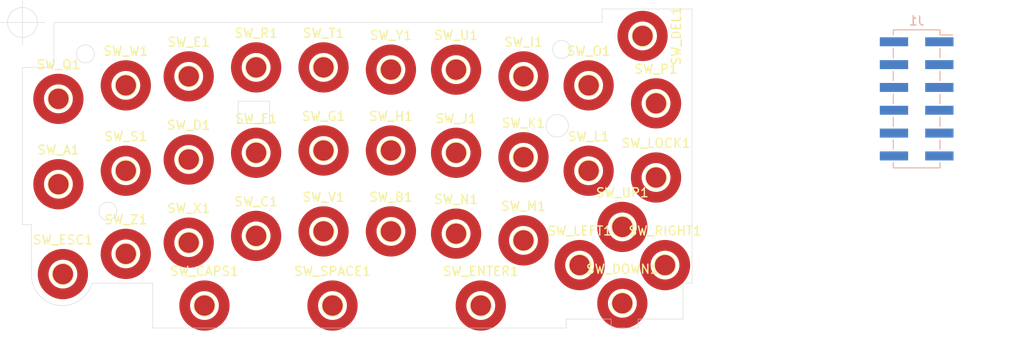
<source format=kicad_pcb>
(kicad_pcb (version 20211014) (generator pcbnew)
  (layers (0 "F.Cu" signal) (31 "B.Cu" signal) (34 "B.Paste" user) (35 "F.Paste" user) (36 "B.SilkS" user "B.Silkscreen") (37 "F.SilkS" user "F.Silkscreen") (38 "B.Mask" user) (39 "F.Mask" user) (44 "Edge.Cuts" user))
  (net 0 "")
  (net 1 "/INPUT5")
  (net 2 "/INPUT6")
  (net 3 "/INPUT1")
  (net 4 "/INPUT3")
  (net 5 "/INPUT4")
  (net 6 "/INPUT2")
  (net 7 "/OUTPUT1")
  (net 8 "/OUTPUT2")
  (net 9 "/OUTPUT3")
  (net 10 "/OUTPUT4")
  (net 11 "/OUTPUT5")
  (net 12 "/OUTPUT6")
  (footprint "Library:P22_Dome_Switch" (layer "F.Cu") (at 151 131.5)
    (fp_text reference "SW_ENTER1" (at 0 -3.81) (layer "F.SilkS"))
    (fp_text value "SW_SPST")
    (fp_circle (center 0 0) (end 1.2 0) (layer "F.SilkS") (width 0.12) (fill none))
    (pad "1" smd circle (at 0 0) (size 2.3 2.3) (layers "F.Cu" "F.Mask") (net 2 "/INPUT6"))
    (pad "2" smd custom (at 0 2.2) (size 1 1) (layers "F.Cu" "F.Mask") (net 10 "/OUTPUT4") (options (clearance outline) (anchor circle)) (primitives (gr_circle (center 0 -2.2) (end 2.2 -2.2) (width 1.2) (fill none))))
  )
  (footprint "Library:P22_Dome_Switch" (layer "F.Cu") (at 134.5 131.5)
    (fp_text reference "SW_SPACE1" (at 0 -3.81) (layer "F.SilkS"))
    (fp_text value "SW_SPST")
    (fp_circle (center 0 0) (end 1.2 0) (layer "F.SilkS") (width 0.12) (fill none))
    (pad "1" smd circle (at 0 0) (size 2.3 2.3) (layers "F.Cu" "F.Mask") (net 1 "/INPUT5"))
    (pad "2" smd custom (at 0 2.2) (size 1 1) (layers "F.Cu" "F.Mask") (net 10 "/OUTPUT4") (options (clearance outline) (anchor circle)) (primitives (gr_circle (center 0 -2.2) (end 2.2 -2.2) (width 1.2) (fill none))))
  )
  (footprint "Library:P22_Dome_Switch" (layer "F.Cu") (at 104 118)
    (fp_text reference "SW_A1" (at 0 -3.81) (layer "F.SilkS"))
    (fp_text value "SW_SPST")
    (fp_circle (center 0 0) (end 1.2 0) (layer "F.SilkS") (width 0.12) (fill none))
    (pad "1" smd circle (at 0 0) (size 2.3 2.3) (layers "F.Cu" "F.Mask") (net 3 "/INPUT1"))
    (pad "2" smd custom (at 0 2.2) (size 1 1) (layers "F.Cu" "F.Mask") (net 9 "/OUTPUT3") (options (clearance outline) (anchor circle)) (primitives (gr_circle (center 0 -2.2) (end 2.2 -2.2) (width 1.2) (fill none))))
  )
  (footprint "Library:P22_Dome_Switch" (layer "F.Cu") (at 169 101.5)
    (fp_text reference "SW_DEL1" (at 3.75 0 270) (layer "F.SilkS"))
    (fp_text value "SW_SPST")
    (fp_circle (center 0 0) (end 1.2 0) (layer "F.SilkS") (width 0.12) (fill none))
    (pad "1" smd circle (at 0 0) (size 2.3 2.3) (layers "F.Cu" "F.Mask") (net 1 "/INPUT5"))
    (pad "2" smd custom (at 0 2.2) (size 1 1) (layers "F.Cu" "F.Mask") (net 8 "/OUTPUT2") (options (clearance outline) (anchor circle)) (primitives (gr_circle (center 0 -2.2) (end 2.2 -2.2) (width 1.2) (fill none))))
  )
  (footprint "Library:P22_Dome_Switch" (layer "F.Cu") (at 148.25 123.5)
    (fp_text reference "SW_N1" (at 0 -3.81) (layer "F.SilkS"))
    (fp_text value "SW_SPST")
    (fp_circle (center 0 0) (end 1.2 0) (layer "F.SilkS") (width 0.12) (fill none))
    (pad "1" smd circle (at 0 0) (size 2.3 2.3) (layers "F.Cu" "F.Mask") (net 2 "/INPUT6"))
    (pad "2" smd custom (at 0 2.2) (size 1 1) (layers "F.Cu" "F.Mask") (net 11 "/OUTPUT5") (options (clearance outline) (anchor circle)) (primitives (gr_circle (center 0 -2.2) (end 2.2 -2.2) (width 1.2) (fill none))))
  )
  (footprint "Library:P22_Dome_Switch" (layer "F.Cu") (at 133.5 123.25)
    (fp_text reference "SW_V1" (at 0 -3.81) (layer "F.SilkS"))
    (fp_text value "SW_SPST")
    (fp_circle (center 0 0) (end 1.2 0) (layer "F.SilkS") (width 0.12) (fill none))
    (pad "1" smd circle (at 0 0) (size 2.3 2.3) (layers "F.Cu" "F.Mask") (net 5 "/INPUT4"))
    (pad "2" smd custom (at 0 2.2) (size 1 1) (layers "F.Cu" "F.Mask") (net 11 "/OUTPUT5") (options (clearance outline) (anchor circle)) (primitives (gr_circle (center 0 -2.2) (end 2.2 -2.2) (width 1.2) (fill none))))
  )
  (footprint "Library:P22_Dome_Switch" (layer "F.Cu") (at 118.5 115.25)
    (fp_text reference "SW_D1" (at 0 -3.81) (layer "F.SilkS"))
    (fp_text value "SW_SPST")
    (fp_circle (center 0 0) (end 1.2 0) (layer "F.SilkS") (width 0.12) (fill none))
    (pad "1" smd circle (at 0 0) (size 2.3 2.3) (layers "F.Cu" "F.Mask") (net 4 "/INPUT3"))
    (pad "2" smd custom (at 0 2.2) (size 1 1) (layers "F.Cu" "F.Mask") (net 9 "/OUTPUT3") (options (clearance outline) (anchor circle)) (primitives (gr_circle (center 0 -2.2) (end 2.2 -2.2) (width 1.2) (fill none))))
  )
  (footprint "Library:P22_Dome_Switch" (layer "F.Cu") (at 141 123.25)
    (fp_text reference "SW_B1" (at 0 -3.81) (layer "F.SilkS"))
    (fp_text value "SW_SPST")
    (fp_circle (center 0 0) (end 1.2 0) (layer "F.SilkS") (width 0.12) (fill none))
    (pad "1" smd circle (at 0 0) (size 2.3 2.3) (layers "F.Cu" "F.Mask") (net 1 "/INPUT5"))
    (pad "2" smd custom (at 0 2.2) (size 1 1) (layers "F.Cu" "F.Mask") (net 11 "/OUTPUT5") (options (clearance outline) (anchor circle)) (primitives (gr_circle (center 0 -2.2) (end 2.2 -2.2) (width 1.2) (fill none))))
  )
  (footprint "Library:P22_Dome_Switch" (layer "F.Cu") (at 171.5 127)
    (fp_text reference "SW_RIGHT1" (at 0 -3.81) (layer "F.SilkS"))
    (fp_text value "SW_SPST")
    (fp_circle (center 0 0) (end 1.2 0) (layer "F.SilkS") (width 0.12) (fill none))
    (pad "1" smd circle (at 0 0) (size 2.3 2.3) (layers "F.Cu" "F.Mask") (net 2 "/INPUT6"))
    (pad "2" smd custom (at 0 2.2) (size 1 1) (layers "F.Cu" "F.Mask") (net 12 "/OUTPUT6") (options (clearance outline) (anchor circle)) (primitives (gr_circle (center 0 -2.2) (end 2.2 -2.2) (width 1.2) (fill none))))
  )
  (footprint "Library:P22_Dome_Switch" (layer "F.Cu") (at 141 114.25)
    (fp_text reference "SW_H1" (at 0 -3.81) (layer "F.SilkS"))
    (fp_text value "SW_SPST")
    (fp_circle (center 0 0) (end 1.2 0) (layer "F.SilkS") (width 0.12) (fill none))
    (pad "1" smd circle (at 0 0) (size 2.3 2.3) (layers "F.Cu" "F.Mask") (net 2 "/INPUT6"))
    (pad "2" smd custom (at 0 2.2) (size 1 1) (layers "F.Cu" "F.Mask") (net 9 "/OUTPUT3") (options (clearance outline) (anchor circle)) (primitives (gr_circle (center 0 -2.2) (end 2.2 -2.2) (width 1.2) (fill none))))
  )
  (footprint "Library:P22_Dome_Switch" (layer "F.Cu") (at 126 114.5)
    (fp_text reference "SW_F1" (at 0 -3.81) (layer "F.SilkS"))
    (fp_text value "SW_SPST")
    (fp_circle (center 0 0) (end 1.2 0) (layer "F.SilkS") (width 0.12) (fill none))
    (pad "1" smd circle (at 0 0) (size 2.3 2.3) (layers "F.Cu" "F.Mask") (net 5 "/INPUT4"))
    (pad "2" smd custom (at 0 2.2) (size 1 1) (layers "F.Cu" "F.Mask") (net 9 "/OUTPUT3") (options (clearance outline) (anchor circle)) (primitives (gr_circle (center 0 -2.2) (end 2.2 -2.2) (width 1.2) (fill none))))
  )
  (footprint "Library:P22_Dome_Switch" (layer "F.Cu") (at 111.5 116.5)
    (fp_text reference "SW_S1" (at 0 -3.81) (layer "F.SilkS"))
    (fp_text value "SW_SPST")
    (fp_circle (center 0 0) (end 1.2 0) (layer "F.SilkS") (width 0.12) (fill none))
    (pad "1" smd circle (at 0 0) (size 2.3 2.3) (layers "F.Cu" "F.Mask") (net 6 "/INPUT2"))
    (pad "2" smd custom (at 0 2.2) (size 1 1) (layers "F.Cu" "F.Mask") (net 9 "/OUTPUT3") (options (clearance outline) (anchor circle)) (primitives (gr_circle (center 0 -2.2) (end 2.2 -2.2) (width 1.2) (fill none))))
  )
  (footprint "Library:P22_Dome_Switch" (layer "F.Cu") (at 155.75 115)
    (fp_text reference "SW_K1" (at 0 -3.81) (layer "F.SilkS"))
    (fp_text value "SW_SPST")
    (fp_circle (center 0 0) (end 1.2 0) (layer "F.SilkS") (width 0.12) (fill none))
    (pad "1" smd circle (at 0 0) (size 2.3 2.3) (layers "F.Cu" "F.Mask") (net 6 "/INPUT2"))
    (pad "2" smd custom (at 0 2.2) (size 1 1) (layers "F.Cu" "F.Mask") (net 10 "/OUTPUT4") (options (clearance outline) (anchor circle)) (primitives (gr_circle (center 0 -2.2) (end 2.2 -2.2) (width 1.2) (fill none))))
  )
  (footprint "Library:P22_Dome_Switch" (layer "F.Cu") (at 118.5 106)
    (fp_text reference "SW_E1" (at 0 -3.81) (layer "F.SilkS"))
    (fp_text value "SW_SPST")
    (fp_circle (center 0 0) (end 1.2 0) (layer "F.SilkS") (width 0.12) (fill none))
    (pad "1" smd circle (at 0 0) (size 2.3 2.3) (layers "F.Cu" "F.Mask") (net 4 "/INPUT3"))
    (pad "2" smd custom (at 0 2.2) (size 1 1) (layers "F.Cu" "F.Mask") (net 7 "/OUTPUT1") (options (clearance outline) (anchor circle)) (primitives (gr_circle (center 0 -2.2) (end 2.2 -2.2) (width 1.2) (fill none))))
  )
  (footprint "Library:P22_Dome_Switch" (layer "F.Cu") (at 126 123.75)
    (fp_text reference "SW_C1" (at 0 -3.81) (layer "F.SilkS"))
    (fp_text value "SW_SPST")
    (fp_circle (center 0 0) (end 1.2 0) (layer "F.SilkS") (width 0.12) (fill none))
    (pad "1" smd circle (at 0 0) (size 2.3 2.3) (layers "F.Cu" "F.Mask") (net 4 "/INPUT3"))
    (pad "2" smd custom (at 0 2.2) (size 1 1) (layers "F.Cu" "F.Mask") (net 11 "/OUTPUT5") (options (clearance outline) (anchor circle)) (primitives (gr_circle (center 0 -2.2) (end 2.2 -2.2) (width 1.2) (fill none))))
  )
  (footprint "Library:P22_Dome_Switch" (layer "F.Cu") (at 111.5 107)
    (fp_text reference "SW_W1" (at 0 -3.81) (layer "F.SilkS"))
    (fp_text value "SW_SPST")
    (fp_circle (center 0 0) (end 1.2 0) (layer "F.SilkS") (width 0.12) (fill none))
    (pad "1" smd circle (at 0 0) (size 2.3 2.3) (layers "F.Cu" "F.Mask") (net 6 "/INPUT2"))
    (pad "2" smd custom (at 0 2.2) (size 1 1) (layers "F.Cu" "F.Mask") (net 7 "/OUTPUT1") (options (clearance outline) (anchor circle)) (primitives (gr_circle (center 0 -2.2) (end 2.2 -2.2) (width 1.2) (fill none))))
  )
  (footprint "Library:P22_Dome_Switch" (layer "F.Cu") (at 133.5 105)
    (fp_text reference "SW_T1" (at 0 -3.81) (layer "F.SilkS"))
    (fp_text value "SW_SPST")
    (fp_circle (center 0 0) (end 1.2 0) (layer "F.SilkS") (width 0.12) (fill none))
    (pad "1" smd circle (at 0 0) (size 2.3 2.3) (layers "F.Cu" "F.Mask") (net 1 "/INPUT5"))
    (pad "2" smd custom (at 0 2.2) (size 1 1) (layers "F.Cu" "F.Mask") (net 7 "/OUTPUT1") (options (clearance outline) (anchor circle)) (primitives (gr_circle (center 0 -2.2) (end 2.2 -2.2) (width 1.2) (fill none))))
  )
  (footprint "Library:P22_Dome_Switch" (layer "F.Cu") (at 126 105)
    (fp_text reference "SW_R1" (at 0 -3.81) (layer "F.SilkS"))
    (fp_text value "SW_SPST")
    (fp_circle (center 0 0) (end 1.2 0) (layer "F.SilkS") (width 0.12) (fill none))
    (pad "1" smd circle (at 0 0) (size 2.3 2.3) (layers "F.Cu" "F.Mask") (net 5 "/INPUT4"))
    (pad "2" smd custom (at 0 2.2) (size 1 1) (layers "F.Cu" "F.Mask") (net 7 "/OUTPUT1") (options (clearance outline) (anchor circle)) (primitives (gr_circle (center 0 -2.2) (end 2.2 -2.2) (width 1.2) (fill none))))
  )
  (footprint "Library:P22_Dome_Switch" (layer "F.Cu") (at 141 105.25)
    (fp_text reference "SW_Y1" (at 0 -3.81) (layer "F.SilkS"))
    (fp_text value "SW_SPST")
    (fp_circle (center 0 0) (end 1.2 0) (layer "F.SilkS") (width 0.12) (fill none))
    (pad "1" smd circle (at 0 0) (size 2.3 2.3) (layers "F.Cu" "F.Mask") (net 2 "/INPUT6"))
    (pad "2" smd custom (at 0 2.2) (size 1 1) (layers "F.Cu" "F.Mask") (net 7 "/OUTPUT1") (options (clearance outline) (anchor circle)) (primitives (gr_circle (center 0 -2.2) (end 2.2 -2.2) (width 1.2) (fill none))))
  )
  (footprint "Library:P22_Dome_Switch" (layer "F.Cu") (at 133.5 114.25)
    (fp_text reference "SW_G1" (at 0 -3.81) (layer "F.SilkS"))
    (fp_text value "SW_SPST")
    (fp_circle (center 0 0) (end 1.2 0) (layer "F.SilkS") (width 0.12) (fill none))
    (pad "1" smd circle (at 0 0) (size 2.3 2.3) (layers "F.Cu" "F.Mask") (net 1 "/INPUT5"))
    (pad "2" smd custom (at 0 2.2) (size 1 1) (layers "F.Cu" "F.Mask") (net 9 "/OUTPUT3") (options (clearance outline) (anchor circle)) (primitives (gr_circle (center 0 -2.2) (end 2.2 -2.2) (width 1.2) (fill none))))
  )
  (footprint "Library:P22_Dome_Switch" (layer "F.Cu") (at 104 108.5)
    (fp_text reference "SW_Q1" (at 0 -3.81) (layer "F.SilkS"))
    (fp_text value "SW_SPST")
    (fp_circle (center 0 0) (end 1.2 0) (layer "F.SilkS") (width 0.12) (fill none))
    (pad "1" smd circle (at 0 0) (size 2.3 2.3) (layers "F.Cu" "F.Mask") (net 3 "/INPUT1"))
    (pad "2" smd custom (at 0 2.2) (size 1 1) (layers "F.Cu" "F.Mask") (net 7 "/OUTPUT1") (options (clearance outline) (anchor circle)) (primitives (gr_circle (center 0 -2.2) (end 2.2 -2.2) (width 1.2) (fill none))))
  )
  (footprint "Library:P22_Dome_Switch" (layer "F.Cu") (at 170.5 109)
    (fp_text reference "SW_P1" (at 0 -3.81) (layer "F.SilkS"))
    (fp_text value "SW_SPST")
    (fp_circle (center 0 0) (end 1.2 0) (layer "F.SilkS") (width 0.12) (fill none))
    (pad "1" smd circle (at 0 0) (size 2.3 2.3) (layers "F.Cu" "F.Mask") (net 5 "/INPUT4"))
    (pad "2" smd custom (at 0 2.2) (size 1 1) (layers "F.Cu" "F.Mask") (net 8 "/OUTPUT2") (options (clearance outline) (anchor circle)) (primitives (gr_circle (center 0 -2.2) (end 2.2 -2.2) (width 1.2) (fill none))))
  )
  (footprint "Library:P22_Dome_Switch" (layer "F.Cu") (at 170.5 117.25)
    (fp_text reference "SW_LOCK1" (at 0 -3.81) (layer "F.SilkS"))
    (fp_text value "SW_SPST")
    (fp_circle (center 0 0) (end 1.2 0) (layer "F.SilkS") (width 0.12) (fill none))
    (pad "1" smd circle (at 0 0) (size 2.3 2.3) (layers "F.Cu" "F.Mask") (net 2 "/INPUT6"))
    (pad "2" smd custom (at 0 2.2) (size 1 1) (layers "F.Cu" "F.Mask") (net 8 "/OUTPUT2") (options (clearance outline) (anchor circle)) (primitives (gr_circle (center 0 -2.2) (end 2.2 -2.2) (width 1.2) (fill none))))
  )
  (footprint "Library:P22_Dome_Switch" (layer "F.Cu") (at 166.75 122.75)
    (fp_text reference "SW_UP1" (at 0 -3.81) (layer "F.SilkS"))
    (fp_text value "SW_SPST")
    (fp_circle (center 0 0) (end 1.2 0) (layer "F.SilkS") (width 0.12) (fill none))
    (pad "1" smd circle (at 0 0) (size 2.3 2.3) (layers "F.Cu" "F.Mask") (net 4 "/INPUT3"))
    (pad "2" smd custom (at 0 2.2) (size 1 1) (layers "F.Cu" "F.Mask") (net 12 "/OUTPUT6") (options (clearance outline) (anchor circle)) (primitives (gr_circle (center 0 -2.2) (end 2.2 -2.2) (width 1.2) (fill none))))
  )
  (footprint "Library:P22_Dome_Switch" (layer "F.Cu") (at 148.25 105.25)
    (fp_text reference "SW_U1" (at 0 -3.81) (layer "F.SilkS"))
    (fp_text value "SW_SPST")
    (fp_circle (center 0 0) (end 1.2 0) (layer "F.SilkS") (width 0.12) (fill none))
    (pad "1" smd circle (at 0 0) (size 2.3 2.3) (layers "F.Cu" "F.Mask") (net 3 "/INPUT1"))
    (pad "2" smd custom (at 0 2.2) (size 1 1) (layers "F.Cu" "F.Mask") (net 8 "/OUTPUT2") (options (clearance outline) (anchor circle)) (primitives (gr_circle (center 0 -2.2) (end 2.2 -2.2) (width 1.2) (fill none))))
  )
  (footprint "Library:P22_Dome_Switch" (layer "F.Cu") (at 166.75 131.25)
    (fp_text reference "SW_DOWN1" (at 0 -3.81) (layer "F.SilkS"))
    (fp_text value "SW_SPST")
    (fp_circle (center 0 0) (end 1.2 0) (layer "F.SilkS") (width 0.12) (fill none))
    (pad "1" smd circle (at 0 0) (size 2.3 2.3) (layers "F.Cu" "F.Mask") (net 5 "/INPUT4"))
    (pad "2" smd custom (at 0 2.2) (size 1 1) (layers "F.Cu" "F.Mask") (net 12 "/OUTPUT6") (options (clearance outline) (anchor circle)) (primitives (gr_circle (center 0 -2.2) (end 2.2 -2.2) (width 1.2) (fill none))))
  )
  (footprint "Library:P22_Dome_Switch" (layer "F.Cu") (at 118.5 124.5)
    (fp_text reference "SW_X1" (at 0 -3.81) (layer "F.SilkS"))
    (fp_text value "SW_SPST")
    (fp_circle (center 0 0) (end 1.2 0) (layer "F.SilkS") (width 0.12) (fill none))
    (pad "1" smd circle (at 0 0) (size 2.3 2.3) (layers "F.Cu" "F.Mask") (net 6 "/INPUT2"))
    (pad "2" smd custom (at 0 2.2) (size 1 1) (layers "F.Cu" "F.Mask") (net 11 "/OUTPUT5") (options (clearance outline) (anchor circle)) (primitives (gr_circle (center 0 -2.2) (end 2.2 -2.2) (width 1.2) (fill none))))
  )
  (footprint "Library:P22_Dome_Switch" (layer "F.Cu") (at 155.75 124.25)
    (fp_text reference "SW_M1" (at 0 -3.81) (layer "F.SilkS"))
    (fp_text value "SW_SPST")
    (fp_circle (center 0 0) (end 1.2 0) (layer "F.SilkS") (width 0.12) (fill none))
    (pad "1" smd circle (at 0 0) (size 2.3 2.3) (layers "F.Cu" "F.Mask") (net 3 "/INPUT1"))
    (pad "2" smd custom (at 0 2.2) (size 1 1) (layers "F.Cu" "F.Mask") (net 12 "/OUTPUT6") (options (clearance outline) (anchor circle)) (primitives (gr_circle (center 0 -2.2) (end 2.2 -2.2) (width 1.2) (fill none))))
  )
  (footprint "Library:P22_Dome_Switch" (layer "F.Cu") (at 155.75 106)
    (fp_text reference "SW_I1" (at 0 -3.81) (layer "F.SilkS"))
    (fp_text value "SW_SPST")
    (fp_circle (center 0 0) (end 1.2 0) (layer "F.SilkS") (width 0.12) (fill none))
    (pad "1" smd circle (at 0 0) (size 2.3 2.3) (layers "F.Cu" "F.Mask") (net 6 "/INPUT2"))
    (pad "2" smd custom (at 0 2.2) (size 1 1) (layers "F.Cu" "F.Mask") (net 8 "/OUTPUT2") (options (clearance outline) (anchor circle)) (primitives (gr_circle (center 0 -2.2) (end 2.2 -2.2) (width 1.2) (fill none))))
  )
  (footprint "Library:P22_Dome_Switch" (layer "F.Cu") (at 111.5 125.75)
    (fp_text reference "SW_Z1" (at 0 -3.81) (layer "F.SilkS"))
    (fp_text value "SW_SPST")
    (fp_circle (center 0 0) (end 1.2 0) (layer "F.SilkS") (width 0.12) (fill none))
    (pad "1" smd circle (at 0 0) (size 2.3 2.3) (layers "F.Cu" "F.Mask") (net 3 "/INPUT1"))
    (pad "2" smd custom (at 0 2.2) (size 1 1) (layers "F.Cu" "F.Mask") (net 11 "/OUTPUT5") (options (clearance outline) (anchor circle)) (primitives (gr_circle (center 0 -2.2) (end 2.2 -2.2) (width 1.2) (fill none))))
  )
  (footprint "Library:P22_Dome_Switch" (layer "F.Cu") (at 163 116.5)
    (fp_text reference "SW_L1" (at 0 -3.81) (layer "F.SilkS"))
    (fp_text value "SW_SPST")
    (fp_circle (center 0 0) (end 1.2 0) (layer "F.SilkS") (width 0.12) (fill none))
    (pad "1" smd circle (at 0 0) (size 2.3 2.3) (layers "F.Cu" "F.Mask") (net 4 "/INPUT3"))
    (pad "2" smd custom (at 0 2.2) (size 1 1) (layers "F.Cu" "F.Mask") (net 10 "/OUTPUT4") (options (clearance outline) (anchor circle)) (primitives (gr_circle (center 0 -2.2) (end 2.2 -2.2) (width 1.2) (fill none))))
  )
  (footprint "Library:P22_Dome_Switch" (layer "F.Cu") (at 120.25 131.5)
    (fp_text reference "SW_CAPS1" (at 0 -3.81) (layer "F.SilkS"))
    (fp_text value "SW_SPST")
    (fp_circle (center 0 0) (end 1.2 0) (layer "F.SilkS") (width 0.12) (fill none))
    (pad "1" smd circle (at 0 0) (size 2.3 2.3) (layers "F.Cu" "F.Mask") (net 5 "/INPUT4"))
    (pad "2" smd custom (at 0 2.2) (size 1 1) (layers "F.Cu" "F.Mask") (net 10 "/OUTPUT4") (options (clearance outline) (anchor circle)) (primitives (gr_circle (center 0 -2.2) (end 2.2 -2.2) (width 1.2) (fill none))))
  )
  (footprint "Library:P22_Dome_Switch" (layer "F.Cu") (at 163 107)
    (fp_text reference "SW_O1" (at 0 -3.81) (layer "F.SilkS"))
    (fp_text value "SW_SPST")
    (fp_circle (center 0 0) (end 1.2 0) (layer "F.SilkS") (width 0.12) (fill none))
    (pad "1" smd circle (at 0 0) (size 2.3 2.3) (layers "F.Cu" "F.Mask") (net 4 "/INPUT3"))
    (pad "2" smd custom (at 0 2.2) (size 1 1) (layers "F.Cu" "F.Mask") (net 8 "/OUTPUT2") (options (clearance outline) (anchor circle)) (primitives (gr_circle (center 0 -2.2) (end 2.2 -2.2) (width 1.2) (fill none))))
  )
  (footprint "Library:P22_Dome_Switch" (layer "F.Cu") (at 162 127)
    (fp_text reference "SW_LEFT1" (at 0 -3.81) (layer "F.SilkS"))
    (fp_text value "SW_SPST")
    (fp_circle (center 0 0) (end 1.2 0) (layer "F.SilkS") (width 0.12) (fill none))
    (pad "1" smd circle (at 0 0) (size 2.3 2.3) (layers "F.Cu" "F.Mask") (net 1 "/INPUT5"))
    (pad "2" smd custom (at 0 2.2) (size 1 1) (layers "F.Cu" "F.Mask") (net 12 "/OUTPUT6") (options (clearance outline) (anchor circle)) (primitives (gr_circle (center 0 -2.2) (end 2.2 -2.2) (width 1.2) (fill none))))
  )
  (footprint "Library:P22_Dome_Switch" (layer "F.Cu") (at 148.25 114.5)
    (fp_text reference "SW_J1" (at 0 -3.81) (layer "F.SilkS"))
    (fp_text value "SW_SPST")
    (fp_circle (center 0 0) (end 1.2 0) (layer "F.SilkS") (width 0.12) (fill none))
    (pad "1" smd circle (at 0 0) (size 2.3 2.3) (layers "F.Cu" "F.Mask") (net 3 "/INPUT1"))
    (pad "2" smd custom (at 0 2.2) (size 1 1) (layers "F.Cu" "F.Mask") (net 10 "/OUTPUT4") (options (clearance outline) (anchor circle)) (primitives (gr_circle (center 0 -2.2) (end 2.2 -2.2) (width 1.2) (fill none))))
  )
  (footprint "Library:P22_Dome_Switch" (layer "F.Cu") (at 104.5 128)
    (fp_text reference "SW_ESC1" (at 0 -3.81) (layer "F.SilkS"))
    (fp_text value "SW_SPST")
    (fp_circle (center 0 0) (end 1.2 0) (layer "F.SilkS") (width 0.12) (fill none))
    (pad "1" smd circle (at 0 0) (size 2.3 2.3) (layers "F.Cu" "F.Mask") (net 6 "/INPUT2"))
    (pad "2" smd custom (at 0 2.2) (size 1 1) (layers "F.Cu" "F.Mask") (net 12 "/OUTPUT6") (options (clearance outline) (anchor circle)) (primitives (gr_circle (center 0 -2.2) (end 2.2 -2.2) (width 1.2) (fill none))))
  )
  (footprint "Connector_PinHeader_2.54mm:PinHeader_2x06_P2.54mm_Vertical_SMD" (layer "B.Cu") (at 199.5 108.5 180)
    (fp_text reference "J1" (at 0 8.68) (layer "B.SilkS") (effects (justify mirror)))
    (fp_text value "Conn_02x06_Counter_Clockwise")
    (fp_line (start 2.6 -2.03) (end 2.6 -3.05) (layer "B.SilkS") (width 0.12))
    (fp_line (start -2.6 3.05) (end -2.6 2.03) (layer "B.SilkS") (width 0.12))
    (fp_line (start -2.6 5.59) (end -2.6 4.57) (layer "B.SilkS") (width 0.12))
    (fp_line (start 2.6 7.68) (end 2.6 7.11) (layer "B.SilkS") (width 0.12))
    (fp_line (start -2.6 -7.68) (end 2.6 -7.68) (layer "B.SilkS") (width 0.12))
    (fp_line (start -2.6 -7.11) (end -2.6 -7.68) (layer "B.SilkS") (width 0.12))
    (fp_line (start -2.6 7.68) (end -2.6 7.11) (layer "B.SilkS") (width 0.12))
    (fp_line (start -2.6 7.68) (end 2.6 7.68) (layer "B.SilkS") (width 0.12))
    (fp_line (start -2.6 -2.03) (end -2.6 -3.05) (layer "B.SilkS") (width 0.12))
    (fp_line (start 2.6 3.05) (end 2.6 2.03) (layer "B.SilkS") (width 0.12))
    (fp_line (start -2.6 0.51) (end -2.6 -0.51) (layer "B.SilkS") (width 0.12))
    (fp_line (start 2.6 5.59) (end 2.6 4.57) (layer "B.SilkS") (width 0.12))
    (fp_line (start 2.6 -7.11) (end 2.6 -7.68) (layer "B.SilkS") (width 0.12))
    (fp_line (start 2.6 -4.57) (end 2.6 -5.59) (layer "B.SilkS") (width 0.12))
    (fp_line (start -2.6 -4.57) (end -2.6 -5.59) (layer "B.SilkS") (width 0.12))
    (fp_line (start -4.04 7.11) (end -2.6 7.11) (layer "B.SilkS") (width 0.12))
    (fp_line (start 2.6 0.51) (end 2.6 -0.51) (layer "B.SilkS") (width 0.12))
    (pad "1" smd rect (at -2.525 6.35 180) (size 3.15 1) (layers "B.Cu" "B.Paste" "B.Mask") (net 3 "/INPUT1"))
    (pad "2" smd rect (at 2.525 6.35 180) (size 3.15 1) (layers "B.Cu" "B.Paste" "B.Mask") (net 6 "/INPUT2"))
    (pad "3" smd rect (at -2.525 3.81 180) (size 3.15 1) (layers "B.Cu" "B.Paste" "B.Mask") (net 4 "/INPUT3"))
    (pad "4" smd rect (at 2.525 3.81 180) (size 3.15 1) (layers "B.Cu" "B.Paste" "B.Mask") (net 5 "/INPUT4"))
    (pad "5" smd rect (at -2.525 1.27 180) (size 3.15 1) (layers "B.Cu" "B.Paste" "B.Mask") (net 1 "/INPUT5"))
    (pad "6" smd rect (at 2.525 1.27 180) (size 3.15 1) (layers "B.Cu" "B.Paste" "B.Mask") (net 2 "/INPUT6"))
    (pad "7" smd rect (at -2.525 -1.27 180) (size 3.15 1) (layers "B.Cu" "B.Paste" "B.Mask") (net 12 "/OUTPUT6"))
    (pad "8" smd rect (at 2.525 -1.27 180) (size 3.15 1) (layers "B.Cu" "B.Paste" "B.Mask") (net 11 "/OUTPUT5"))
    (pad "9" smd rect (at -2.525 -3.81 180) (size 3.15 1) (layers "B.Cu" "B.Paste" "B.Mask") (net 10 "/OUTPUT4"))
    (pad "10" smd rect (at 2.525 -3.81 180) (size 3.15 1) (layers "B.Cu" "B.Paste" "B.Mask") (net 9 "/OUTPUT3"))
    (pad "11" smd rect (at -2.525 -6.35 180) (size 3.15 1) (layers "B.Cu" "B.Paste" "B.Mask") (net 8 "/OUTPUT2"))
    (pad "12" smd rect (at 2.525 -6.35 180) (size 3.15 1) (layers "B.Cu" "B.Paste" "B.Mask") (net 7 "/OUTPUT1"))
  )
  (gr_line (start 164.5 98.5) (end 164.5 100) (layer "Edge.Cuts") (width 0.05))
  (gr_line (start 145 134) (end 160.5 134) (layer "Edge.Cuts") (width 0.05))
  (gr_circle (center 159.5 111.5) (end 160.75 111.5) (layer "Edge.Cuts") (width 0.05) (fill none))
  (gr_line (start 103.5 100) (end 103.5 104.4) (layer "Edge.Cuts") (width 0.05))
  (gr_line (start 114.5 129) (end 114.5 129) (layer "Edge.Cuts") (width 0.05))
  (gr_line (start 174.5 129) (end 174.5 98.5) (layer "Edge.Cuts") (width 0.05))
  (gr_line (start 168.5 134) (end 168.5 133) (layer "Edge.Cuts") (width 0.05))
  (gr_line (start 168.5 133) (end 173.5 133) (layer "Edge.Cuts") (width 0.05))
  (gr_arc (start 107.75 129) (mid 103.968777 131.474663) (end 101 128.067617) (layer "Edge.Cuts") (width 0.05))
  (gr_line (start 160.5 134) (end 160.5 133) (layer "Edge.Cuts") (width 0.05))
  (gr_line (start 160.5 133) (end 165.5 133) (layer "Edge.Cuts") (width 0.05))
  (gr_line (start 103.5 100) (end 164.5 100) (layer "Edge.Cuts") (width 0.05))
  (gr_line (start 114.5 134) (end 145 134) (layer "Edge.Cuts") (width 0.05))
  (gr_line (start 114.5 134) (end 114.5 129) (layer "Edge.Cuts") (width 0.05))
  (gr_line (start 101 122.5) (end 101 128.067617) (layer "Edge.Cuts") (width 0.05))
  (gr_line (start 173.5 129) (end 174.5 129) (layer "Edge.Cuts") (width 0.05))
  (gr_arc (start 103.5 104.4) (mid 103.411698 104.808258) (end 103.05 105) (layer "Edge.Cuts") (width 0.05))
  (gr_circle (center 107 103.5) (end 107 102.5) (layer "Edge.Cuts") (width 0.05) (fill none))
  (gr_line (start 100 122.5) (end 101 122.5) (layer "Edge.Cuts") (width 0.05))
  (gr_line (start 165.5 133) (end 165.5 134) (layer "Edge.Cuts") (width 0.05))
  (gr_circle (center 109.5 121) (end 109.5 120) (layer "Edge.Cuts") (width 0.05) (fill none))
  (gr_line (start 165.5 134) (end 168.5 134) (layer "Edge.Cuts") (width 0.05))
  (gr_line (start 174.5 98.5) (end 164.5 98.5) (layer "Edge.Cuts") (width 0.05))
  (gr_line (start 114.5 129) (end 107.75 129) (layer "Edge.Cuts") (width 0.05))
  (gr_line (start 173.5 133) (end 173.5 129) (layer "Edge.Cuts") (width 0.05))
  (gr_line (start 100 105) (end 103.05 105) (layer "Edge.Cuts") (width 0.05))
  (gr_circle (center 160 103) (end 160 102) (layer "Edge.Cuts") (width 0.05) (fill none))
  (gr_line (start 100 105) (end 100 122.5) (layer "Edge.Cuts") (width 0.05))
  (gr_rect (start 124 108.75) (end 127.5 111.25) (layer "Edge.Cuts") (width 0.05) (fill none))
  (target plus (at 100 100) (size 5) (width 0.05) (layer "Edge.Cuts"))
  (segment (start 104 108.75) (end 104.75 108) (width 0.25) (layer "F.Cu") (net 3))
  (segment (start 104 109) (end 104 108.75) (width 0.25) (layer "F.Cu") (net 3))
)
</source>
